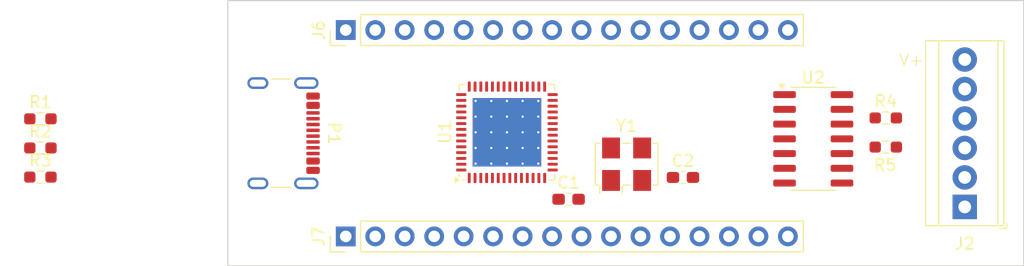
<source format=kicad_pcb>
(kicad_pcb (version 20240108) (generator "pcbnew") (generator_version "8.0")
  (layers (0 "F.Cu" signal) (1 "In1.Cu" power) (2 "In2.Cu" mixed) (31 "B.Cu" signal) (34 "B.Paste" user) (35 "F.Paste" user) (36 "B.SilkS" user "B.Silkscreen") (37 "F.SilkS" user "F.Silkscreen") (38 "B.Mask" user) (39 "F.Mask" user) (44 "Edge.Cuts" user))
  (net 0 "")
  (net 1 "Net-(U1C-OSCI)")
  (net 2 "GND")
  (net 3 "Net-(U1C-OSCO)")
  (net 4 "Net-(U1C-REF)")
  (net 5 "Net-(D1-A)")
  (net 6 "Net-(D2-A)")
  (net 8 "+3.3V")
  (net 9 "Net-(U1A-VREGOUT)")
  (net 16 "+5V")
  (net 17 "VUSB")
  (net 18 "Net-(J2-Pin_5)")
  (net 19 "Net-(J2-Pin_2)")
  (net 20 "Net-(J2-Pin_4)")
  (net 21 "Net-(J2-Pin_3)")
  (net 22 "Net-(J2-Pin_6)")
  (net 23 "Net-(U1B-PD1_SVBUS)")
  (net 24 "/D-")
  (net 25 "/D+")
  (net 26 "Net-(P1-CC1)")
  (net 27 "Net-(P1-CC2)")
  (net 28 "/AD3")
  (net 29 "/AD0")
  (net 30 "/AD4")
  (net 31 "Net-(J1-Pin_2)")
  (net 32 "/AD6")
  (net 33 "/AD7")
  (net 34 "/AD1")
  (net 35 "/AD2")
  (net 36 "/AD5")
  (net 37 "/AC5")
  (net 38 "/GPIO3")
  (net 39 "/AC1")
  (net 40 "/AC7")
  (net 41 "/AC2")
  (net 42 "/AC3")
  (net 43 "/AC4")
  (net 44 "/GPIO2")
  (net 45 "/GPIO1")
  (net 46 "/AC9")
  (net 47 "/AC6")
  (net 48 "/AC8")
  (net 49 "/GPIO0")
  (net 50 "/AC0")
  (footprint "Connector_USB:USB_C_Receptacle_GCT_USB4105-xx-A_16P_TopMnt_Horizontal" (layer "F.Cu") (at 133.2 100.33 -90)
    (property "Reference" "P1" (at 0 -5.5 -90) (layer "F.SilkS"))
    (property "Value" "USB_C_Plug_USB2.0")
    (fp_line (start -4.67 -0.1) (end -4.67 -1.8) (stroke (width 0.12)) (layer "F.SilkS"))
    (fp_line (start 4.67 -0.1) (end 4.67 -1.8) (stroke (width 0.12)) (layer "F.SilkS"))
    (pad "" np_thru_hole circle (at -2.89 -2.605 270) (size 0.65 0.65) (drill 0.65) (layers "F&B.Cu" "*.Mask"))
    (pad "" np_thru_hole circle (at 2.89 -2.605 270) (size 0.65 0.65) (drill 0.65) (layers "F&B.Cu" "*.Mask"))
    (pad "A1" smd roundrect (at -3.2 -3.68 270) (size 0.6 1.15) (layers "F.Cu" "F.Paste" "F.Mask") (net 2 "GND"))
    (pad "A4" smd roundrect (at -2.4 -3.68 270) (size 0.6 1.15) (layers "F.Cu" "F.Paste" "F.Mask") (net 23 "Net-(U1B-PD1_SVBUS)"))
    (pad "A5" smd roundrect (at -1.25 -3.68 270) (size 0.3 1.15) (layers "F.Cu" "F.Paste" "F.Mask") (net 26 "Net-(P1-CC1)"))
    (pad "A6" smd roundrect (at -0.25 -3.68 270) (size 0.3 1.15) (layers "F.Cu" "F.Paste" "F.Mask") (net 25 "/D+"))
    (pad "A7" smd roundrect (at 0.25 -3.68 270) (size 0.3 1.15) (layers "F.Cu" "F.Paste" "F.Mask") (net 24 "/D-"))
    (pad "A8" smd roundrect (at 1.25 -3.68 270) (size 0.3 1.15) (layers "F.Cu" "F.Paste" "F.Mask"))
    (pad "A9" smd roundrect (at 2.4 -3.68 270) (size 0.6 1.15) (layers "F.Cu" "F.Paste" "F.Mask") (net 23 "Net-(U1B-PD1_SVBUS)"))
    (pad "A12" smd roundrect (at 3.2 -3.68 270) (size 0.6 1.15) (layers "F.Cu" "F.Paste" "F.Mask") (net 2 "GND"))
    (pad "B1" smd roundrect (at 3.2 -3.68 270) (size 0.6 1.15) (layers "F.Cu" "F.Paste" "F.Mask") (net 2 "GND"))
    (pad "B4" smd roundrect (at 2.4 -3.68 270) (size 0.6 1.15) (layers "F.Cu" "F.Paste" "F.Mask") (net 23 "Net-(U1B-PD1_SVBUS)"))
    (pad "B5" smd roundrect (at 1.75 -3.68 270) (size 0.3 1.15) (layers "F.Cu" "F.Paste" "F.Mask") (net 27 "Net-(P1-CC2)"))
    (pad "B6" smd roundrect (at 0.75 -3.68 270) (size 0.3 1.15) (layers "F.Cu" "F.Paste" "F.Mask") (net 25 "/D+"))
    (pad "B7" smd roundrect (at -0.75 -3.68 270) (size 0.3 1.15) (layers "F.Cu" "F.Paste" "F.Mask") (net 24 "/D-"))
    (pad "B8" smd roundrect (at -1.75 -3.68 270) (size 0.3 1.15) (layers "F.Cu" "F.Paste" "F.Mask"))
    (pad "B9" smd roundrect (at -2.4 -3.68 270) (size 0.6 1.15) (layers "F.Cu" "F.Paste" "F.Mask") (net 23 "Net-(U1B-PD1_SVBUS)"))
    (pad "B12" smd roundrect (at -3.2 -3.68 270) (size 0.6 1.15) (layers "F.Cu" "F.Paste" "F.Mask") (net 2 "GND"))
    (pad "S1" thru_hole oval (at -4.32 -3.105 270) (size 1 2.1) (drill oval 0.6 1.7) (layers "*.Cu" "*.Mask" "F.Paste") (net 2 "GND"))
    (pad "S1" thru_hole oval (at -4.32 1.075 270) (size 1 1.8) (drill oval 0.6 1.4) (layers "*.Cu" "*.Mask" "F.Paste") (net 2 "GND"))
    (pad "S1" thru_hole oval (at 4.32 -3.105 270) (size 1 2.1) (drill oval 0.6 1.7) (layers "*.Cu" "*.Mask" "F.Paste") (net 2 "GND"))
    (pad "S1" thru_hole oval (at 4.32 1.075 270) (size 1 1.8) (drill oval 0.6 1.4) (layers "*.Cu" "*.Mask" "F.Paste") (net 2 "GND"))
  )
  (footprint "Capacitor_SMD:C_0603_1608Metric_Pad1.08x0.95mm_HandSolder" (layer "F.Cu") (at 158.9024 106.0196)
    (property "Reference" "C1" (at 0 -1.43 0) (layer "F.SilkS"))
    (property "Value" "18pF")
    (fp_line (start -0.146267 -0.51) (end 0.146267 -0.51) (stroke (width 0.12)) (layer "F.SilkS"))
    (fp_line (start -0.146267 0.51) (end 0.146267 0.51) (stroke (width 0.12)) (layer "F.SilkS"))
    (pad "1" smd roundrect (at -0.8625 0) (size 1.075 0.95) (layers "F.Cu" "F.Paste" "F.Mask") (net 1 "Net-(U1C-OSCI)"))
    (pad "2" smd roundrect (at 0.8625 0) (size 1.075 0.95) (layers "F.Cu" "F.Paste" "F.Mask") (net 2 "GND"))
  )
  (footprint "Connector_PinHeader_2.54mm:PinHeader_1x16_P2.54mm_Vertical" (layer "F.Cu") (at 139.7 91.44 90)
    (property "Reference" "J6" (at 0 -2.33 90) (layer "F.SilkS"))
    (property "Value" "Conn_01x16_Pin" (hide yes))
    (fp_line (start -1.33 -1.33) (end 0 -1.33) (stroke (width 0.12)) (layer "F.SilkS"))
    (fp_line (start -1.33 0) (end -1.33 -1.33) (stroke (width 0.12)) (layer "F.SilkS"))
    (fp_line (start 1.33 1.27) (end 1.33 39.43) (stroke (width 0.12)) (layer "F.SilkS"))
    (fp_line (start -1.33 1.27) (end 1.33 1.27) (stroke (width 0.12)) (layer "F.SilkS"))
    (fp_line (start -1.33 1.27) (end -1.33 39.43) (stroke (width 0.12)) (layer "F.SilkS"))
    (fp_line (start -1.33 39.43) (end 1.33 39.43) (stroke (width 0.12)) (layer "F.SilkS"))
    (pad "1" thru_hole rect (at 0 0 90) (size 1.7 1.7) (drill 1) (layers "*.Cu" "*.Mask") (net 2 "GND"))
    (pad "2" thru_hole oval (at 0 2.54 90) (size 1.7 1.7) (drill 1) (layers "*.Cu" "*.Mask") (net 2 "GND"))
    (pad "3" thru_hole oval (at 0 5.08 90) (size 1.7 1.7) (drill 1) (layers "*.Cu" "*.Mask") (net 50 "/AC0"))
    (pad "4" thru_hole oval (at 0 7.62 90) (size 1.7 1.7) (drill 1) (layers "*.Cu" "*.Mask") (net 39 "/AC1"))
    (pad "5" thru_hole oval (at 0 10.16 90) (size 1.7 1.7) (drill 1) (layers "*.Cu" "*.Mask") (net 41 "/AC2"))
    (pad "6" thru_hole oval (at 0 12.7 90) (size 1.7 1.7) (drill 1) (layers "*.Cu" "*.Mask") (net 42 "/AC3"))
    (pad "7" thru_hole oval (at 0 15.24 90) (size 1.7 1.7) (drill 1) (layers "*.Cu" "*.Mask") (net 43 "/AC4"))
    (pad "8" thru_hole oval (at 0 17.78 90) (size 1.7 1.7) (drill 1) (layers "*.Cu" "*.Mask") (net 37 "/AC5"))
    (pad "9" thru_hole oval (at 0 20.32 90) (size 1.7 1.7) (drill 1) (layers "*.Cu" "*.Mask") (net 47 "/AC6"))
    (pad "10" thru_hole oval (at 0 22.86 90) (size 1.7 1.7) (drill 1) (layers "*.Cu" "*.Mask") (net 40 "/AC7"))
    (pad "11" thru_hole oval (at 0 25.4 90) (size 1.7 1.7) (drill 1) (layers "*.Cu" "*.Mask") (net 48 "/AC8"))
    (pad "12" thru_hole oval (at 0 27.94 90) (size 1.7 1.7) (drill 1) (layers "*.Cu" "*.Mask") (net 46 "/AC9"))
    (pad "13" thru_hole oval (at 0 30.48 90) (size 1.7 1.7) (drill 1) (layers "*.Cu" "*.Mask") (net 49 "/GPIO0"))
    (pad "14" thru_hole oval (at 0 33.02 90) (size 1.7 1.7) (drill 1) (layers "*.Cu" "*.Mask") (net 45 "/GPIO1"))
    (pad "15" thru_hole oval (at 0 35.56 90) (size 1.7 1.7) (drill 1) (layers "*.Cu" "*.Mask") (net 44 "/GPIO2"))
    (pad "16" thru_hole oval (at 0 38.1 90) (size 1.7 1.7) (drill 1) (layers "*.Cu" "*.Mask") (net 38 "/GPIO3"))
  )
  (footprint "Resistor_SMD:R_0603_1608Metric_Pad0.98x0.95mm_HandSolder" (layer "F.Cu") (at 113.3875 104.11)
    (property "Reference" "R3" (at 0 -1.43 0) (layer "F.SilkS"))
    (property "Value" "200Ω")
    (fp_line (start -0.254724 -0.5225) (end 0.254724 -0.5225) (stroke (width 0.12)) (layer "F.SilkS"))
    (fp_line (start -0.254724 0.5225) (end 0.254724 0.5225) (stroke (width 0.12)) (layer "F.SilkS"))
    (pad "1" smd roundrect (at -0.9125 0) (size 0.975 0.95) (layers "F.Cu" "F.Paste" "F.Mask") (net 6 "Net-(D2-A)"))
    (pad "2" smd roundrect (at 0.9125 0) (size 0.975 0.95) (layers "F.Cu" "F.Paste" "F.Mask") (net 42 "/AC3"))
  )
  (footprint "TerminalBlock_TE-Connectivity:TerminalBlock_TE_282834-6_1x06_P2.54mm_Horizontal" (layer "F.Cu") (at 193.04 106.68 90)
    (property "Reference" "J2" (at -3.175 0 180) (layer "F.SilkS"))
    (property "Value" "Screw_Terminal_01x06" (hide yes))
    (fp_line (start 14.32 -3.37) (end 14.32 3.37) (stroke (width 0.12)) (layer "F.SilkS"))
    (fp_line (start -1.62 -3.37) (end 14.32 -3.37) (stroke (width 0.12)) (layer "F.SilkS"))
    (fp_line (start -1.62 -3.37) (end -1.62 3.37) (stroke (width 0.12)) (layer "F.SilkS"))
    (fp_line (start -1.62 -2.25) (end 14.32 -2.25) (stroke (width 0.12)) (layer "F.SilkS"))
    (fp_line (start -1.62 2.85) (end 14.32 2.85) (stroke (width 0.12)) (layer "F.SilkS"))
    (fp_line (start -1.86 2.97) (end -1.86 3.61) (stroke (width 0.12)) (layer "F.SilkS"))
    (fp_line (start -1.62 3.37) (end 14.32 3.37) (stroke (width 0.12)) (layer "F.SilkS"))
    (fp_line (start -1.86 3.61) (end -1.46 3.61) (stroke (width 0.12)) (layer "F.SilkS"))
    (pad "1" thru_hole rect (at 0 0 90) (size 2.1 2.1) (drill 1.1) (layers "*.Cu" "*.Mask") (net 2 "GND"))
    (pad "2" thru_hole circle (at 2.54 0 90) (size 2.1 2.1) (drill 1.1) (layers "*.Cu" "*.Mask") (net 19 "Net-(J2-Pin_2)"))
    (pad "3" thru_hole circle (at 5.08 0 90) (size 2.1 2.1) (drill 1.1) (layers "*.Cu" "*.Mask") (net 21 "Net-(J2-Pin_3)"))
    (pad "4" thru_hole circle (at 7.62 0 90) (size 2.1 2.1) (drill 1.1) (layers "*.Cu" "*.Mask") (net 20 "Net-(J2-Pin_4)"))
    (pad "5" thru_hole circle (at 10.16 0 90) (size 2.1 2.1) (drill 1.1) (layers "*.Cu" "*.Mask") (net 18 "Net-(J2-Pin_5)"))
    (pad "6" thru_hole circle (at 12.7 0 90) (size 2.1 2.1) (drill 1.1) (layers "*.Cu" "*.Mask") (net 22 "Net-(J2-Pin_6)"))
  )
  (footprint "Resistor_SMD:R_0603_1608Metric_Pad0.98x0.95mm_HandSolder" (layer "F.Cu") (at 186.2347 101.5238)
    (property "Reference" "R5" (at -0.0527 1.5494 0) (layer "F.SilkS"))
    (property "Value" "120Ω")
    (fp_line (start -0.254724 -0.5225) (end 0.254724 -0.5225) (stroke (width 0.12)) (layer "F.SilkS"))
    (fp_line (start -0.254724 0.5225) (end 0.254724 0.5225) (stroke (width 0.12)) (layer "F.SilkS"))
    (pad "1" smd roundrect (at -0.9125 0) (size 0.975 0.95) (layers "F.Cu" "F.Paste" "F.Mask") (net 20 "Net-(J2-Pin_4)"))
    (pad "2" smd roundrect (at 0.9125 0) (size 0.975 0.95) (layers "F.Cu" "F.Paste" "F.Mask") (net 18 "Net-(J2-Pin_5)"))
  )
  (footprint "Resistor_SMD:R_0603_1608Metric_Pad0.98x0.95mm_HandSolder" (layer "F.Cu") (at 186.2347 99.0138)
    (property "Reference" "R4" (at 0 -1.43 0) (layer "F.SilkS"))
    (property "Value" "120Ω")
    (fp_line (start -0.254724 -0.5225) (end 0.254724 -0.5225) (stroke (width 0.12)) (layer "F.SilkS"))
    (fp_line (start -0.254724 0.5225) (end 0.254724 0.5225) (stroke (width 0.12)) (layer "F.SilkS"))
    (pad "1" smd roundrect (at -0.9125 0) (size 0.975 0.95) (layers "F.Cu" "F.Paste" "F.Mask") (net 19 "Net-(J2-Pin_2)"))
    (pad "2" smd roundrect (at 0.9125 0) (size 0.975 0.95) (layers "F.Cu" "F.Paste" "F.Mask") (net 21 "Net-(J2-Pin_3)"))
  )
  (footprint "Capacitor_SMD:C_0603_1608Metric_Pad1.08x0.95mm_HandSolder" (layer "F.Cu") (at 168.7576 104.14)
    (property "Reference" "C2" (at 0 -1.43 0) (layer "F.SilkS"))
    (property "Value" "18pF")
    (fp_line (start -0.146267 -0.51) (end 0.146267 -0.51) (stroke (width 0.12)) (layer "F.SilkS"))
    (fp_line (start -0.146267 0.51) (end 0.146267 0.51) (stroke (width 0.12)) (layer "F.SilkS"))
    (pad "1" smd roundrect (at -0.8625 0) (size 1.075 0.95) (layers "F.Cu" "F.Paste" "F.Mask") (net 3 "Net-(U1C-OSCO)"))
    (pad "2" smd roundrect (at 0.8625 0) (size 1.075 0.95) (layers "F.Cu" "F.Paste" "F.Mask") (net 2 "GND"))
  )
  (footprint "Package_SO:SOIC-14_3.9x8.7mm_P1.27mm" (layer "F.Cu") (at 179.9844 100.8139)
    (property "Reference" "U2" (at 0 -5.28 0) (layer "F.SilkS"))
    (property "Value" "~")
    (fp_line (start 0 -4.435) (end -1.95 -4.435) (stroke (width 0.12)) (layer "F.SilkS"))
    (fp_line (start 0 -4.435) (end 1.95 -4.435) (stroke (width 0.12)) (layer "F.SilkS"))
    (fp_line (start 0 4.435) (end -1.95 4.435) (stroke (width 0.12)) (layer "F.SilkS"))
    (fp_line (start 0 4.435) (end 1.95 4.435) (stroke (width 0.12)) (layer "F.SilkS"))
    (fp_poly (pts (xy -2.7 -4.37) (xy -2.94 -4.7) (xy -2.46 -4.7) (xy -2.7 -4.37)) (stroke (width 0.12)) (fill solid) (layer "F.SilkS"))
    (pad "1" smd roundrect (at -2.475 -3.81) (size 1.95 0.6) (layers "F.Cu" "F.Paste" "F.Mask") (net 8 "+3.3V"))
    (pad "2" smd roundrect (at -2.475 -2.54) (size 1.95 0.6) (layers "F.Cu" "F.Paste" "F.Mask") (net 34 "/AD1"))
    (pad "3" smd roundrect (at -2.475 -1.27) (size 1.95 0.6) (layers "F.Cu" "F.Paste" "F.Mask") (net 50 "/AC0"))
    (pad "4" smd roundrect (at -2.475 0) (size 1.95 0.6) (layers "F.Cu" "F.Paste" "F.Mask") (net 50 "/AC0"))
    (pad "5" smd roundrect (at -2.475 1.27) (size 1.95 0.6) (layers "F.Cu" "F.Paste" "F.Mask") (net 29 "/AD0"))
    (pad "6" smd roundrect (at -2.475 2.54) (size 1.95 0.6) (layers "F.Cu" "F.Paste" "F.Mask") (net 2 "GND"))
    (pad "7" smd roundrect (at -2.475 3.81) (size 1.95 0.6) (layers "F.Cu" "F.Paste" "F.Mask"))
    (pad "8" smd roundrect (at 2.475 3.81) (size 1.95 0.6) (layers "F.Cu" "F.Paste" "F.Mask") (net 8 "+3.3V"))
    (pad "9" smd roundrect (at 2.475 2.54) (size 1.95 0.6) (layers "F.Cu" "F.Paste" "F.Mask") (net 19 "Net-(J2-Pin_2)"))
    (pad "10" smd roundrect (at 2.475 1.27) (size 1.95 0.6) (layers "F.Cu" "F.Paste" "F.Mask") (net 21 "Net-(J2-Pin_3)"))
    (pad "11" smd roundrect (at 2.475 0) (size 1.95 0.6) (layers "F.Cu" "F.Paste" "F.Mask") (net 20 "Net-(J2-Pin_4)"))
    (pad "12" smd roundrect (at 2.475 -1.27) (size 1.95 0.6) (layers "F.Cu" "F.Paste" "F.Mask") (net 18 "Net-(J2-Pin_5)"))
    (pad "13" smd roundrect (at 2.475 -2.54) (size 1.95 0.6) (layers "F.Cu" "F.Paste" "F.Mask"))
    (pad "14" smd roundrect (at 2.475 -3.81) (size 1.95 0.6) (layers "F.Cu" "F.Paste" "F.Mask") (net 16 "+5V"))
  )
  (footprint "Resistor_SMD:R_0603_1608Metric_Pad0.98x0.95mm_HandSolder" (layer "F.Cu") (at 113.3875 101.6)
    (property "Reference" "R2" (at 0 -1.43 0) (layer "F.SilkS"))
    (property "Value" "200Ω")
    (fp_line (start -0.254724 -0.5225) (end 0.254724 -0.5225) (stroke (width 0.12)) (layer "F.SilkS"))
    (fp_line (start -0.254724 0.5225) (end 0.254724 0.5225) (stroke (width 0.12)) (layer "F.SilkS"))
    (pad "1" smd roundrect (at -0.9125 0) (size 0.975 0.95) (layers "F.Cu" "F.Paste" "F.Mask") (net 5 "Net-(D1-A)"))
    (pad "2" smd roundrect (at 0.9125 0) (size 0.975 0.95) (layers "F.Cu" "F.Paste" "F.Mask") (net 43 "/AC4"))
  )
  (footprint "Connector_PinHeader_2.54mm:PinHeader_1x16_P2.54mm_Vertical" (layer "F.Cu") (at 139.7 109.22 90)
    (property "Reference" "J7" (at 0 -2.33 90) (layer "F.SilkS"))
    (property "Value" "Conn_01x16_Pin" (hide yes))
    (fp_line (start -1.33 -1.33) (end 0 -1.33) (stroke (width 0.12)) (layer "F.SilkS"))
    (fp_line (start -1.33 0) (end -1.33 -1.33) (stroke (width 0.12)) (layer "F.SilkS"))
    (fp_line (start 1.33 1.27) (end 1.33 39.43) (stroke (width 0.12)) (layer "F.SilkS"))
    (fp_line (start -1.33 1.27) (end 1.33 1.27) (stroke (width 0.12)) (layer "F.SilkS"))
    (fp_line (start -1.33 1.27) (end -1.33 39.43) (stroke (width 0.12)) (layer "F.SilkS"))
    (fp_line (start -1.33 39.43) (end 1.33 39.43) (stroke (width 0.12)) (layer "F.SilkS"))
    (pad "1" thru_hole rect (at 0 0 90) (size 1.7 1.7) (drill 1) (layers "*.Cu" "*.Mask") (net 2 "GND"))
    (pad "2" thru_hole oval (at 0 2.54 90) (size 1.7 1.7) (drill 1) (layers "*.Cu" "*.Mask") (net 17 "VUSB"))
    (pad "3" thru_hole oval (at 0 5.08 90) (size 1.7 1.7) (drill 1) (layers "*.Cu" "*.Mask") (net 17 "VUSB"))
    (pad "4" thru_hole oval (at 0 7.62 90) (size 1.7 1.7) (drill 1) (layers "*.Cu" "*.Mask") (net 16 "+5V"))
    (pad "5" thru_hole oval (at 0 10.16 90) (size 1.7 1.7) (drill 1) (layers "*.Cu" "*.Mask") (net 16 "+5V"))
    (pad "6" thru_hole oval (at 0 12.7 90) (size 1.7 1.7) (drill 1) (layers "*.Cu" "*.Mask") (net 8 "+3.3V"))
    (pad "7" thru_hole oval (at 0 15.24 90) (size 1.7 1.7) (drill 1) (layers "*.Cu" "*.Mask") (net 30 "/AD4"))
    (pad "8" thru_hole oval (at 0 17.78 90) (size 1.7 1.7) (drill 1) (layers "*.Cu" "*.Mask") (net 36 "/AD5"))
    (pad "9" thru_hole oval (at 0 20.32 90) (size 1.7 1.7) (drill 1) (layers "*.Cu" "*.Mask") (net 32 "/AD6"))
    (pad "10" thru_hole oval (at 0 22.86 90) (size 1.7 1.7) (drill 1) (layers "*.Cu" "*.Mask") (net 33 "/AD7"))
    (pad "11" thru_hole oval (at 0 25.4 90) (size 1.7 1.7) (drill 1) (layers "*.Cu" "*.Mask") (net 35 "/AD2"))
    (pad "12" thru_hole oval (at 0 27.94 90) (size 1.7 1.7) (drill 1) (layers "*.Cu" "*.Mask") (net 34 "/AD1"))
    (pad "13" thru_hole oval (at 0 30.48 90) (size 1.7 1.7) (drill 1) (layers "*.Cu" "*.Mask") (net 29 "/AD0"))
    (pad "14" thru_hole oval (at 0 33.02 90) (size 1.7 1.7) (drill 1) (layers "*.Cu" "*.Mask") (net 31 "Net-(J1-Pin_2)"))
    (pad "15" thru_hole oval (at 0 35.56 90) (size 1.7 1.7) (drill 1) (layers "*.Cu" "*.Mask") (net 28 "/AD3"))
    (pad "16" thru_hole oval (at 0 38.1 90) (size 1.7 1.7) (drill 1) (layers "*.Cu" "*.Mask") (net 2 "GND"))
  )
  (footprint "Resistor_SMD:R_0603_1608Metric_Pad0.98x0.95mm_HandSolder" (layer "F.Cu") (at 113.3875 99.09)
    (property "Reference" "R1" (at 0 -1.43 0) (layer "F.SilkS"))
    (property "Value" "12kΩ 1%")
    (fp_line (start -0.254724 -0.5225) (end 0.254724 -0.5225) (stroke (width 0.12)) (layer "F.SilkS"))
    (fp_line (start -0.254724 0.5225) (end 0.254724 0.5225) (stroke (width 0.12)) (layer "F.SilkS"))
    (pad "1" smd roundrect (at -0.9125 0) (size 0.975 0.95) (layers "F.Cu" "F.Paste" "F.Mask") (net 2 "GND"))
    (pad "2" smd roundrect (at 0.9125 0) (size 0.975 0.95) (layers "F.Cu" "F.Paste" "F.Mask") (net 4 "Net-(U1C-REF)"))
  )
  (footprint "Package_DFN_QFN:QFN-56-1EP_8x8mm_P0.5mm_EP5.9x5.9mm_ThermalVias" (layer "F.Cu") (at 153.59 100.25 90)
    (property "Reference" "U1" (at 0 -5.33 90) (layer "F.SilkS"))
    (property "Value" "FT232HP")
    (fp_line (start 4.11 -4.11) (end 4.11 -3.635) (stroke (width 0.12)) (layer "F.SilkS"))
    (fp_line (start 3.635 -4.11) (end 4.11 -4.11) (stroke (width 0.12)) (layer "F.SilkS"))
    (fp_line (start -3.635 -4.11) (end -3.81 -4.11) (stroke (width 0.12)) (layer "F.SilkS"))
    (fp_line (start -4.11 -3.635) (end -4.11 -3.87) (stroke (width 0.12)) (layer "F.SilkS"))
    (fp_line (start 4.11 4.11) (end 4.11 3.635) (stroke (width 0.12)) (layer "F.SilkS"))
    (fp_line (start 3.635 4.11) (end 4.11 4.11) (stroke (width 0.12)) (layer "F.SilkS"))
    (fp_line (start -3.635 4.11) (end -4.11 4.11) (stroke (width 0.12)) (layer "F.SilkS"))
    (fp_line (start -4.11 4.11) (end -4.11 3.635) (stroke (width 0.12)) (layer "F.SilkS"))
    (fp_poly (pts (xy -4.11 -4.11) (xy -4.35 -4.44) (xy -3.87 -4.44) (xy -4.11 -4.11)) (stroke (width 0.12)) (fill solid) (layer "F.SilkS"))
    (pad "1" smd roundrect (at -3.9375 -3.25 90) (size 0.875 0.25) (layers "F.Cu" "F.Paste" "F.Mask"))
    (pad "2" smd roundrect (at -3.9375 -2.75 90) (size 0.875 0.25) (layers "F.Cu" "F.Paste" "F.Mask"))
    (pad "3" smd roundrect (at -3.9375 -2.25 90) (size 0.875 0.25) (layers "F.Cu" "F.Paste" "F.Mask"))
    (pad "4" smd roundrect (at -3.9375 -1.75 90) (size 0.875 0.25) (layers "F.Cu" "F.Paste" "F.Mask") (net 2 "GND"))
    (pad "5" smd roundrect (at -3.9375 -1.25 90) (size 0.875 0.25) (layers "F.Cu" "F.Paste" "F.Mask") (net 8 "+3.3V"))
    (pad "6" smd roundrect (at -3.9375 -0.75 90) (size 0.875 0.25) (layers "F.Cu" "F.Paste" "F.Mask"))
    (pad "7" smd roundrect (at -3.9375 -0.25 90) (size 0.875 0.25) (layers "F.Cu" "F.Paste" "F.Mask") (net 49 "/GPIO0"))
    (pad "8" smd roundrect (at -3.9375 0.25 90) (size 0.875 0.25) (layers "F.Cu" "F.Paste" "F.Mask") (net 45 "/GPIO1"))
    (pad "9" smd roundrect (at -3.9375 0.75 90) (size 0.875 0.25) (layers "F.Cu" "F.Paste" "F.Mask") (net 44 "/GPIO2"))
    (pad "10" smd roundrect (at -3.9375 1.25 90) (size 0.875 0.25) (layers "F.Cu" "F.Paste" "F.Mask") (net 38 "/GPIO3"))
    (pad "11" smd roundrect (at -3.9375 1.75 90) (size 0.875 0.25) (layers "F.Cu" "F.Paste" "F.Mask") (net 9 "Net-(U1A-VREGOUT)"))
    (pad "12" smd roundrect (at -3.9375 2.25 90) (size 0.875 0.25) (layers "F.Cu" "F.Paste" "F.Mask") (net 2 "GND"))
    (pad "13" smd roundrect (at -3.9375 2.75 90) (size 0.875 0.25) (layers "F.Cu" "F.Paste" "F.Mask") (net 8 "+3.3V"))
    (pad "14" smd roundrect (at -3.9375 3.25 90) (size 0.875 0.25) (layers "F.Cu" "F.Paste" "F.Mask") (net 8 "+3.3V"))
    (pad "15" smd roundrect (at -3.25 3.9375 90) (size 0.25 0.875) (layers "F.Cu" "F.Paste" "F.Mask") (net 1 "Net-(U1C-OSCI)"))
    (pad "16" smd roundrect (at -2.75 3.9375 90) (size 0.25 0.875) (layers "F.Cu" "F.Paste" "F.Mask") (net 3 "Net-(U1C-OSCO)"))
    (pad "17" smd roundrect (at -2.25 3.9375 90) (size 0.25 0.875) (layers "F.Cu" "F.Paste" "F.Mask") (net 2 "GND"))
    (pad "18" smd roundrect (at -1.75 3.9375 90) (size 0.25 0.875) (layers "F.Cu" "F.Paste" "F.Mask") (net 8 "+3.3V"))
    (pad "19" smd roundrect (at -1.25 3.9375 90) (size 0.25 0.875) (layers "F.Cu" "F.Paste" "F.Mask") (net 9 "Net-(U1A-VREGOUT)"))
    (pad "20" smd roundrect (at -0.75 3.9375 90) (size 0.25 0.875) (layers "F.Cu" "F.Paste" "F.Mask"))
    (pad "21" smd roundrect (at -0.25 3.9375 90) (size 0.25 0.875) (layers "F.Cu" "F.Paste" "F.Mask") (net 2 "GND"))
    (pad "22" smd roundrect (at 0.25 3.9375 90) (size 0.25 0.875) (layers "F.Cu" "F.Paste" "F.Mask") (net 9 "Net-(U1A-VREGOUT)"))
    (pad "23" smd roundrect (at 0.75 3.9375 90) (size 0.25 0.875) (layers "F.Cu" "F.Paste" "F.Mask") (net 29 "/AD0"))
    (pad "24" smd roundrect (at 1.25 3.9375 90) (size 0.25 0.875) (layers "F.Cu" "F.Paste" "F.Mask") (net 34 "/AD1"))
    (pad "25" smd roundrect (at 1.75 3.9375 90) (size 0.25 0.875) (layers "F.Cu" "F.Paste" "F.Mask") (net 35 "/AD2"))
    (pad "26" smd roundrect (at 2.25 3.9375 90) (size 0.25 0.875) (layers "F.Cu" "F.Paste" "F.Mask") (net 28 "/AD3"))
    (pad "27" smd roundrect (at 2.75 3.9375 90) (size 0.25 0.875) (layers "F.Cu" "F.Paste" "F.Mask") (net 30 "/AD4"))
    (pad "28" smd roundrect (at 3.25 3.9375 90) (size 0.25 0.875) (layers "F.Cu" "F.Paste" "F.Mask") (net 8 "+3.3V"))
    (pad "29" smd roundrect (at 3.9375 3.25 90) (size 0.875 0.25) (layers "F.Cu" "F.Paste" "F.Mask") (net 36 "/AD5"))
    (pad "30" smd roundrect (at 3.9375 2.75 90) (size 0.875 0.25) (layers "F.Cu" "F.Paste" "F.Mask") (net 32 "/AD6"))
    (pad "31" smd roundrect (at 3.9375 2.25 90) (size 0.875 0.25) (layers "F.Cu" "F.Paste" "F.Mask") (net 33 "/AD7"))
    (pad "32" smd roundrect (at 3.9375 1.75 90) (size 0.875 0.25) (layers "F.Cu" "F.Paste" "F.Mask") (net 50 "/AC0"))
    (pad "33" smd roundrect (at 3.9375 1.25 90) (size 0.875 0.25) (layers "F.Cu" "F.Paste" "F.Mask") (net 39 "/AC1"))
    (pad "34" smd roundrect (at 3.9375 0.75 90) (size 0.875 0.25) (layers "F.Cu" "F.Paste" "F.Mask") (net 41 "/AC2"))
    (pad "35" smd roundrect (at 3.9375 0.25 90) (size 0.875 0.25) (layers "F.Cu" "F.Paste" "F.Mask") (net 42 "/AC3"))
    (pad "36" smd roundrect (at 3.9375 -0.25 90) (size 0.875 0.25) (layers "F.Cu" "F.Paste" "F.Mask") (net 9 "Net-(U1A-VREGOUT)"))
    (pad "37" smd roundrect (at 3.9375 -0.75 90) (size 0.875 0.25) (layers "F.Cu" "F.Paste" "F.Mask") (net 43 "/AC4"))
    (pad "38" smd roundrect (at 3.9375 -1.25 90) (size 0.875 0.25) (layers "F.Cu" "F.Paste" "F.Mask") (net 37 "/AC5"))
    (pad "39" smd roundrect (at 3.9375 -1.75 90) (size 0.875 0.25) (layers "F.Cu" "F.Paste" "F.Mask") (net 47 "/AC6"))
    (pad "40" smd roundrect (at 3.9375 -2.25 90) (size 0.875 0.25) (layers "F.Cu" "F.Paste" "F.Mask") (net 8 "+3.3V"))
    (pad "41" smd roundrect (at 3.9375 -2.75 90) (size 0.875 0.25) (layers "F.Cu" "F.Paste" "F.Mask"))
    (pad "42" smd roundrect (at 3.9375 -3.25 90) (size 0.875 0.25) (layers "F.Cu" "F.Paste" "F.Mask") (net 40 "/AC7"))
    (pad "43" smd roundrect (at 3.25 -3.9375 90) (size 0.25 0.875) (layers "F.Cu" "F.Paste" "F.Mask") (net 48 "/AC8"))
    (pad "44" smd roundrect (at 2.75 -3.9375 90) (size 0.25 0.875) (layers "F.Cu" "F.Paste" "F.Mask") (net 46 "/AC9"))
    (pad "45" smd roundrect (at 2.25 -3.9375 90) (size 0.25 0.875) (layers "F.Cu" "F.Paste" "F.Mask"))
    (pad "46" smd roundrect (at 1.75 -3.9375 90) (size 0.25 0.875) (layers "F.Cu" "F.Paste" "F.Mask") (net 9 "Net-(U1A-VREGOUT)"))
    (pad "47" smd roundrect (at 1.25 -3.9375 90) (size 0.25 0.875) (layers "F.Cu" "F.Paste" "F.Mask") (net 8 "+3.3V"))
    (pad "48" smd roundrect (at 0.75 -3.9375 90) (size 0.25 0.875) (layers "F.Cu" "F.Paste" "F.Mask") (net 24 "/D-"))
    (pad "49" smd roundrect (at 0.25 -3.9375 90) (size 0.25 0.875) (layers "F.Cu" "F.Paste" "F.Mask") (net 25 "/D+"))
    (pad "50" smd roundrect (at -0.25 -3.9375 90) (size 0.25 0.875) (layers "F.Cu" "F.Paste" "F.Mask") (net 4 "Net-(U1C-REF)"))
    (pad "51" smd roundrect (at -0.75 -3.9375 90) (size 0.25 0.875) (layers "F.Cu" "F.Paste" "F.Mask") (net 8 "+3.3V"))
    (pad "52" smd roundrect (at -1.25 -3.9375 90) (size 0.25 0.875) (layers "F.Cu" "F.Paste" "F.Mask") (net 27 "Net-(P1-CC2)"))
    (pad "53" smd roundrect (at -1.75 -3.9375 90) (size 0.25 0.875) (layers "F.Cu" "F.Paste" "F.Mask") (net 23 "Net-(U1B-PD1_SVBUS)"))
    (pad "54" smd roundrect (at -2.25 -3.9375 90) (size 0.25 0.875) (layers "F.Cu" "F.Paste" "F.Mask") (net 8 "+3.3V"))
    (pad "55" smd roundrect (at -2.75 -3.9375 90) (size 0.25 0.875) (layers "F.Cu" "F.Paste" "F.Mask") (net 26 "Net-(P1-CC1)"))
    (pad "56" smd roundrect (at -3.25 -3.9375 90) (size 0.25 0.875) (layers "F.Cu" "F.Paste" "F.Mask") (net 9 "Net-(U1A-VREGOUT)"))
    (pad "57" thru_hole circle (at -2.7 -2.7 90) (size 0.5 0.5) (drill 0.2) (property pad_prop_heatsink) (layers "*.Cu"))
    (pad "57" thru_hole circle (at -2.7 -1.35 90) (size 0.5 0.5) (drill 0.2) (property pad_prop_heatsink) (layers "*.Cu"))
    (pad "57" thru_hole circle (at -2.7 0 90) (size 0.5 0.5) (drill 0.2) (property pad_prop_heatsink) (layers "*.Cu"))
    (pad "57" thru_hole circle (at -2.7 1.35 90) (size 0.5 0.5) (drill 0.2) (property pad_prop_heatsink) (layers "*.Cu"))
    (pad "57" thru_hole circle (at -2.7 2.7 90) (size 0.5 0.5) (drill 0.2) (property pad_prop_heatsink) (layers "*.Cu"))
    (pad "57" thru_hole circle (at -1.35 -2.7 90) (size 0.5 0.5) (drill 0.2) (property pad_prop_heatsink) (layers "*.Cu"))
    (pad "57" thru_hole circle (at -1.35 -1.35 90) (size 0.5 0.5) (drill 0.2) (property pad_prop_heatsink) (layers "*.Cu"))
    (pad "57" thru_hole circle (at -1.35 0 90) (size 0.5 0.5) (drill 0.2) (property pad_prop_heatsink) (layers "*.Cu"))
    (pad "57" thru_hole circle (at -1.35 1.35 90) (size 0.5 0.5) (drill 0.2) (property pad_prop_heatsink) (layers "*.Cu"))
    (pad "57" thru_hole circle (at -1.35 2.7 90) (size 0.5 0.5) (drill 0.2) (property pad_prop_heatsink) (layers "*.Cu"))
    (pad "57" thru_hole circle (at 0 -2.7 90) (size 0.5 0.5) (drill 0.2) (property pad_prop_heatsink) (layers "*.Cu"))
    (pad "57" thru_hole circle (at 0 -1.35 90) (size 0.5 0.5) (drill 0.2) (property pad_prop_heatsink) (layers "*.Cu"))
    (pad "57" thru_hole circle (at 0 0 90) (size 0.5 0.5) (drill 0.2) (property pad_prop_heatsink) (layers "*.Cu"))
    (pad "57" smd rect (at 0 0 90) (size 5.9 5.9) (property pad_prop_heatsink) (layers "F.Cu" "F.Mask"))
    (pad "57" smd rect (at 0 0 90) (size 5.9 5.9) (property pad_prop_heatsink) (layers "B.Cu"))
    (pad "57" thru_hole circle (at 0 1.35 90) (size 0.5 0.5) (drill 0.2) (property pad_prop_heatsink) (layers "*.Cu"))
    (pad "57" thru_hole circle (at 0 2.7 90) (size 0.5 0.5) (drill 0.2) (property pad_prop_heatsink) (layers "*.Cu"))
    (pad "57" thru_hole circle (at 1.35 -2.7 90) (size 0.5 0.5) (drill 0.2) (property pad_prop_heatsink) (layers "*.Cu"))
    (pad "57" thru_hole circle (at 1.35 -1.35 90) (size 0.5 0.5) (drill 0.2) (property pad_prop_heatsink) (layers "*.Cu"))
    (pad "57" thru_hole circle (at 1.35 0 90) (size 0.5 0.5) (drill 0.2) (property pad_prop_heatsink) (layers "*.Cu"))
    (pad "57" thru_hole circle (at 1.35 1.35 90) (size 0.5 0.5) (drill 0.2) (property pad_prop_heatsink) (layers "*.Cu"))
    (pad "57" thru_hole circle (at 1.35 2.7 90) (size 0.5 0.5) (drill 0.2) (property pad_prop_heatsink) (layers "*.Cu"))
    (pad "57" thru_hole circle (at 2.7 -2.7 90) (size 0.5 0.5) (drill 0.2) (property pad_prop_heatsink) (layers "*.Cu"))
    (pad "57" thru_hole circle (at 2.7 -1.35 90) (size 0.5 0.5) (drill 0.2) (property pad_prop_heatsink) (layers "*.Cu"))
    (pad "57" thru_hole circle (at 2.7 0 90) (size 0.5 0.5) (drill 0.2) (property pad_prop_heatsink) (layers "*.Cu"))
    (pad "57" thru_hole circle (at 2.7 1.35 90) (size 0.5 0.5) (drill 0.2) (property pad_prop_heatsink) (layers "*.Cu"))
    (pad "57" thru_hole circle (at 2.7 2.7 90) (size 0.5 0.5) (drill 0.2) (property pad_prop_heatsink) (layers "*.Cu"))
  )
  (footprint "Oscillator:Oscillator_SMD_TXC_7C-4Pin_5.0x3.2mm_HandSoldering" (layer "F.Cu") (at 163.9 103)
    (property "Reference" "Y1" (at 0 -3.3 0) (layer "F.SilkS"))
    (property "Value" "LFXTAL055999")
    (fp_line (start -2.7 -1.8) (end -2.31 -1.8) (stroke (width 0.12)) (layer "F.SilkS"))
    (fp_line (start -2.7 1.8) (end -2.7 -1.8) (stroke (width 0.12)) (layer "F.SilkS"))
    (fp_line (start -2.31 1.8) (end -2.7 1.8) (stroke (width 0.12)) (layer "F.SilkS"))
    (fp_line (start -2.31 2.5) (end -2.31 1.8) (stroke (width 0.12)) (layer "F.SilkS"))
    (fp_line (start -0.37 -1.8) (end 0.37 -1.8) (stroke (width 0.12)) (layer "F.SilkS"))
    (fp_line (start -0.37 1.8) (end -0.37 2.5) (stroke (width 0.12)) (layer "F.SilkS"))
    (fp_line (start 0.37 1.8) (end -0.37 1.8) (stroke (width 0.12)) (layer "F.SilkS"))
    (fp_line (start 2.31 -1.8) (end 2.7 -1.8) (stroke (width 0.12)) (layer "F.SilkS"))
    (fp_line (start 2.7 -1.8) (end 2.7 1.8) (stroke (width 0.12)) (layer "F.SilkS"))
    (fp_line (start 2.7 1.8) (end 2.31 1.8) (stroke (width 0.12)) (layer "F.SilkS"))
    (pad "1" smd rect (at -1.34 1.4) (size 1.54 1.8) (layers "F.Cu" "F.Paste" "F.Mask") (net 1 "Net-(U1C-OSCI)"))
    (pad "2" smd rect (at 1.34 1.4) (size 1.54 1.8) (layers "F.Cu" "F.Paste" "F.Mask") (net 3 "Net-(U1C-OSCO)"))
    (pad "3" smd rect (at 1.34 -1.4) (size 1.54 1.8) (layers "F.Cu" "F.Paste" "F.Mask"))
    (pad "4" smd rect (at -1.34 -1.4) (size 1.54 1.8) (layers "F.Cu" "F.Paste" "F.Mask"))
  )
  (gr_rect (start 129.54 88.9) (end 198.12 111.76) (stroke (width 0.1)) (fill none) (layer "Edge.Cuts"))
  (gr_text "V+" (at 187.325 94.615 0) (layer "F.SilkS") (effects (font (size 1 1) (thickness 0.1)) (justify left bottom)))
)
</source>
